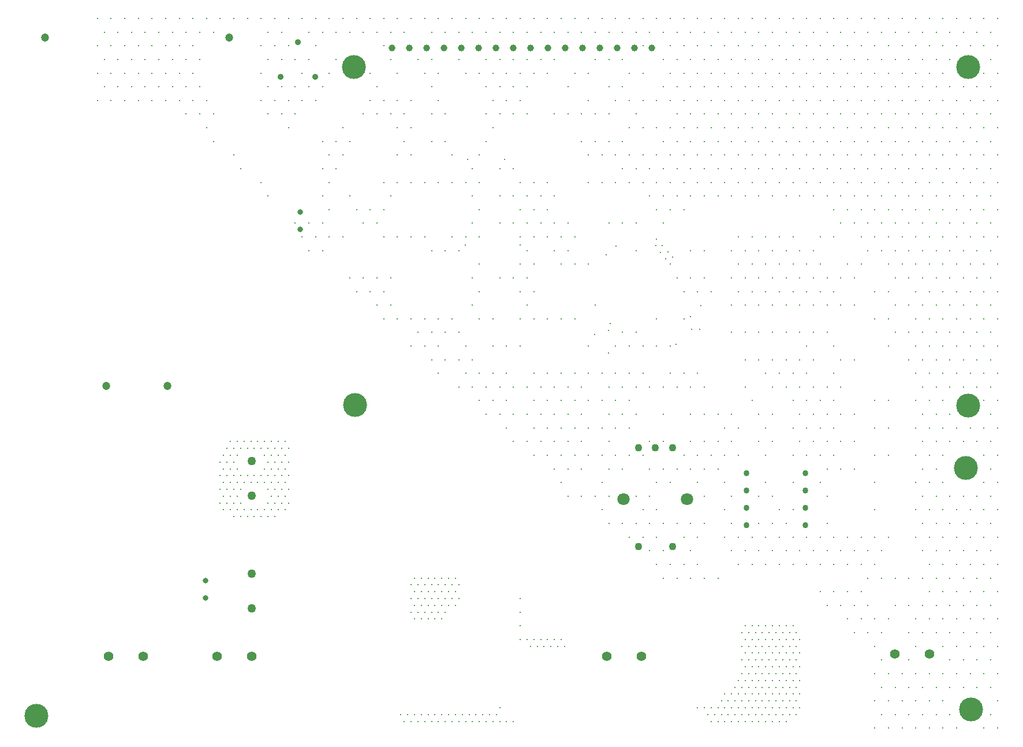
<source format=gbr>
%TF.GenerationSoftware,Altium Limited,Altium Designer,21.3.2 (30)*%
G04 Layer_Color=0*
%FSLAX24Y24*%
%MOIN*%
%TF.SameCoordinates,B2232A1B-76E2-43D3-9B88-882A457EFEF9*%
%TF.FilePolarity,Positive*%
%TF.FileFunction,Plated,1,2,PTH,Drill*%
%TF.Part,Single*%
G01*
G75*
%TA.AperFunction,ComponentDrill*%
%ADD117C,0.0551*%
%ADD118C,0.1378*%
%ADD119C,0.0390*%
%ADD120C,0.0315*%
%ADD121C,0.0500*%
%ADD122C,0.0433*%
%ADD123C,0.0709*%
%ADD124C,0.0340*%
%ADD125C,0.0472*%
%ADD126C,0.0350*%
%TA.AperFunction,ViaDrill,NotFilled*%
%ADD127C,0.0118*%
%ADD128C,0.1378*%
D117*
X13440Y4480D02*
D03*
X11440D02*
D03*
X52550Y4620D02*
D03*
X50550D02*
D03*
X33920Y4480D02*
D03*
X35920D02*
D03*
X5150D02*
D03*
X7150D02*
D03*
D118*
X19340Y38500D02*
D03*
X19390Y19000D02*
D03*
X54790Y38500D02*
D03*
Y18950D02*
D03*
D119*
X36540Y39600D02*
D03*
X35540D02*
D03*
X34540D02*
D03*
X33540D02*
D03*
X32540D02*
D03*
X31540D02*
D03*
X30540D02*
D03*
X29540D02*
D03*
X28540D02*
D03*
X27540D02*
D03*
X26540D02*
D03*
X25540D02*
D03*
X24540D02*
D03*
X23540D02*
D03*
X22540D02*
D03*
X21540D02*
D03*
D120*
X16240Y29110D02*
D03*
Y30110D02*
D03*
X10750Y7840D02*
D03*
Y8840D02*
D03*
D121*
X13440Y15770D02*
D03*
Y7270D02*
D03*
Y9270D02*
D03*
Y13770D02*
D03*
D122*
X35756Y10814D02*
D03*
X37724D02*
D03*
X35756Y16523D02*
D03*
X36740D02*
D03*
X37724D02*
D03*
D123*
X34909Y13570D02*
D03*
X38571D02*
D03*
D124*
X42000Y15040D02*
D03*
Y14040D02*
D03*
Y13040D02*
D03*
Y12040D02*
D03*
X45410Y15040D02*
D03*
Y14040D02*
D03*
Y13040D02*
D03*
Y12040D02*
D03*
D125*
X8577Y20101D02*
D03*
X5033D02*
D03*
X1490Y40180D02*
D03*
X12120D02*
D03*
D126*
X17090Y37930D02*
D03*
X16090Y39930D02*
D03*
X15090Y37930D02*
D03*
D127*
X36809Y28556D02*
D03*
X37030Y27780D02*
D03*
X37112Y28173D02*
D03*
X36746Y28194D02*
D03*
X38379Y30271D02*
D03*
X37456Y27834D02*
D03*
X37714Y27526D02*
D03*
X34140Y23680D02*
D03*
X33884Y27654D02*
D03*
X56489Y41286D02*
D03*
X56096Y40499D02*
D03*
X56489Y39711D02*
D03*
X56096Y38924D02*
D03*
X56489Y38137D02*
D03*
X56096Y37349D02*
D03*
X56489Y36562D02*
D03*
X56096Y35774D02*
D03*
X56489Y34987D02*
D03*
X56096Y34200D02*
D03*
X56489Y33412D02*
D03*
X56096Y32625D02*
D03*
X56489Y31837D02*
D03*
X56096Y31050D02*
D03*
X56489Y30263D02*
D03*
X56096Y29475D02*
D03*
X56489Y28688D02*
D03*
X56096Y27900D02*
D03*
X56489Y27113D02*
D03*
X56096Y26326D02*
D03*
X56489Y25538D02*
D03*
X56096Y24751D02*
D03*
X56489Y23963D02*
D03*
X56096Y23176D02*
D03*
X56489Y22389D02*
D03*
X56096Y21601D02*
D03*
X56489Y20814D02*
D03*
X56096Y20026D02*
D03*
X56489Y19239D02*
D03*
X56096Y18452D02*
D03*
X56489Y17664D02*
D03*
X56096Y16877D02*
D03*
X56489Y16089D02*
D03*
X56096Y15302D02*
D03*
X56489Y14515D02*
D03*
X56096Y13727D02*
D03*
X56489Y12940D02*
D03*
X56096Y12152D02*
D03*
X56489Y11365D02*
D03*
X56096Y10577D02*
D03*
X56489Y9790D02*
D03*
X56096Y9003D02*
D03*
X56489Y8215D02*
D03*
X56096Y7428D02*
D03*
X56489Y6640D02*
D03*
X56096Y5853D02*
D03*
X56489Y5066D02*
D03*
X56096Y4278D02*
D03*
X56489Y3491D02*
D03*
X56096Y2703D02*
D03*
X56489Y1916D02*
D03*
X56096Y1129D02*
D03*
X56489Y341D02*
D03*
X55702Y41286D02*
D03*
X55308Y40499D02*
D03*
X55702Y39711D02*
D03*
Y38137D02*
D03*
X55308Y37349D02*
D03*
X55702Y36562D02*
D03*
X55308Y35774D02*
D03*
X55702Y34987D02*
D03*
X55308Y34200D02*
D03*
X55702Y33412D02*
D03*
X55308Y32625D02*
D03*
X55702Y31837D02*
D03*
X55308Y31050D02*
D03*
X55702Y30263D02*
D03*
X55308Y29475D02*
D03*
X55702Y28688D02*
D03*
X55308Y27900D02*
D03*
X55702Y27113D02*
D03*
X55308Y26326D02*
D03*
X55702Y25538D02*
D03*
X55308Y24751D02*
D03*
X55702Y23963D02*
D03*
X55308Y23176D02*
D03*
X55702Y22389D02*
D03*
X55308Y21601D02*
D03*
X55702Y20814D02*
D03*
X55308Y20026D02*
D03*
X55702Y19239D02*
D03*
Y17664D02*
D03*
X55308Y16877D02*
D03*
X55702Y16089D02*
D03*
Y14515D02*
D03*
X55308Y13727D02*
D03*
X55702Y12940D02*
D03*
X55308Y12152D02*
D03*
X55702Y11365D02*
D03*
X55308Y10577D02*
D03*
X55702Y9790D02*
D03*
X55308Y9003D02*
D03*
X55702Y8215D02*
D03*
X55308Y7428D02*
D03*
X55702Y6640D02*
D03*
X55308Y5853D02*
D03*
X55702Y5066D02*
D03*
X55308Y4278D02*
D03*
X55702Y3491D02*
D03*
X55308Y2703D02*
D03*
X55702Y341D02*
D03*
X54915Y41286D02*
D03*
X54521Y40499D02*
D03*
X54915Y39711D02*
D03*
X54521Y37349D02*
D03*
X54915Y36562D02*
D03*
X54521Y35774D02*
D03*
X54915Y34987D02*
D03*
X54521Y34200D02*
D03*
X54915Y33412D02*
D03*
X54521Y32625D02*
D03*
X54915Y31837D02*
D03*
X54521Y31050D02*
D03*
X54915Y30263D02*
D03*
X54521Y29475D02*
D03*
X54915Y28688D02*
D03*
X54521Y27900D02*
D03*
X54915Y27113D02*
D03*
X54521Y26326D02*
D03*
X54915Y25538D02*
D03*
X54521Y24751D02*
D03*
X54915Y23963D02*
D03*
X54521Y23176D02*
D03*
X54915Y22389D02*
D03*
X54521Y21601D02*
D03*
X54915Y20814D02*
D03*
X54521Y20026D02*
D03*
X54915Y17664D02*
D03*
X54521Y16877D02*
D03*
Y13727D02*
D03*
X54915Y12940D02*
D03*
X54521Y12152D02*
D03*
X54915Y11365D02*
D03*
X54521Y10577D02*
D03*
X54915Y9790D02*
D03*
X54521Y9003D02*
D03*
X54915Y8215D02*
D03*
X54521Y7428D02*
D03*
X54915Y6640D02*
D03*
X54521Y5853D02*
D03*
X54915Y5066D02*
D03*
X54521Y4278D02*
D03*
X54915Y3491D02*
D03*
X54521Y2703D02*
D03*
X54127Y41286D02*
D03*
X53734Y40499D02*
D03*
X54127Y39711D02*
D03*
X53734Y38924D02*
D03*
Y37349D02*
D03*
X54127Y36562D02*
D03*
X53734Y35774D02*
D03*
X54127Y34987D02*
D03*
X53734Y34200D02*
D03*
X54127Y33412D02*
D03*
X53734Y32625D02*
D03*
X54127Y31837D02*
D03*
X53734Y31050D02*
D03*
X54127Y30263D02*
D03*
X53734Y29475D02*
D03*
X54127Y28688D02*
D03*
X53734Y27900D02*
D03*
X54127Y27113D02*
D03*
X53734Y26326D02*
D03*
X54127Y25538D02*
D03*
X53734Y24751D02*
D03*
X54127Y23963D02*
D03*
X53734Y23176D02*
D03*
X54127Y22389D02*
D03*
X53734Y21601D02*
D03*
X54127Y20814D02*
D03*
X53734Y20026D02*
D03*
Y18452D02*
D03*
X54127Y17664D02*
D03*
X53734Y16877D02*
D03*
Y13727D02*
D03*
X54127Y12940D02*
D03*
X53734Y12152D02*
D03*
X54127Y11365D02*
D03*
X53734Y10577D02*
D03*
X54127Y9790D02*
D03*
X53734Y9003D02*
D03*
X54127Y8215D02*
D03*
X53734Y7428D02*
D03*
X54127Y6640D02*
D03*
X53734Y5853D02*
D03*
X54127Y5066D02*
D03*
X53734Y4278D02*
D03*
X54127Y3491D02*
D03*
X53734Y2703D02*
D03*
Y1129D02*
D03*
X54127Y341D02*
D03*
X53340Y41286D02*
D03*
X52946Y40499D02*
D03*
X53340Y39711D02*
D03*
X52946Y38924D02*
D03*
X53340Y38137D02*
D03*
X52946Y37349D02*
D03*
X53340Y36562D02*
D03*
X52946Y35774D02*
D03*
X53340Y34987D02*
D03*
X52946Y34200D02*
D03*
X53340Y33412D02*
D03*
X52946Y32625D02*
D03*
X53340Y31837D02*
D03*
X52946Y31050D02*
D03*
X53340Y30263D02*
D03*
X52946Y29475D02*
D03*
X53340Y28688D02*
D03*
X52946Y27900D02*
D03*
X53340Y27113D02*
D03*
X52946Y26326D02*
D03*
X53340Y25538D02*
D03*
X52946Y24751D02*
D03*
X53340Y23963D02*
D03*
X52946Y23176D02*
D03*
X53340Y22389D02*
D03*
X52946Y21601D02*
D03*
X53340Y20814D02*
D03*
X52946Y20026D02*
D03*
X53340Y19239D02*
D03*
X52946Y18452D02*
D03*
X53340Y17664D02*
D03*
X52946Y16877D02*
D03*
X53340Y16089D02*
D03*
X52946Y15302D02*
D03*
X53340Y14515D02*
D03*
X52946Y13727D02*
D03*
X53340Y12940D02*
D03*
X52946Y12152D02*
D03*
X53340Y11365D02*
D03*
X52946Y10577D02*
D03*
X53340Y9790D02*
D03*
X52946Y9003D02*
D03*
X53340Y8215D02*
D03*
X52946Y7428D02*
D03*
X53340Y6640D02*
D03*
X52946Y5853D02*
D03*
X53340Y5066D02*
D03*
Y3491D02*
D03*
X52946Y2703D02*
D03*
X53340Y1916D02*
D03*
X52946Y1129D02*
D03*
X53340Y341D02*
D03*
X52552Y41286D02*
D03*
X52159Y40499D02*
D03*
X52552Y39711D02*
D03*
X52159Y38924D02*
D03*
X52552Y38137D02*
D03*
X52159Y37349D02*
D03*
X52552Y36562D02*
D03*
X52159Y35774D02*
D03*
X52552Y34987D02*
D03*
X52159Y34200D02*
D03*
X52552Y33412D02*
D03*
X52159Y32625D02*
D03*
X52552Y31837D02*
D03*
X52159Y31050D02*
D03*
X52552Y30263D02*
D03*
X52159Y29475D02*
D03*
X52552Y28688D02*
D03*
X52159Y27900D02*
D03*
X52552Y27113D02*
D03*
X52159Y26326D02*
D03*
X52552Y25538D02*
D03*
X52159Y24751D02*
D03*
X52552Y23963D02*
D03*
X52159Y23176D02*
D03*
X52552Y22389D02*
D03*
X52159Y21601D02*
D03*
X52552Y20814D02*
D03*
X52159Y20026D02*
D03*
X52552Y19239D02*
D03*
X52159Y18452D02*
D03*
X52552Y17664D02*
D03*
X52159Y16877D02*
D03*
X52552Y16089D02*
D03*
X52159Y15302D02*
D03*
X52552Y14515D02*
D03*
X52159Y13727D02*
D03*
X52552Y12940D02*
D03*
X52159Y12152D02*
D03*
X52552Y11365D02*
D03*
X52159Y10577D02*
D03*
X52552Y9790D02*
D03*
X52159Y9003D02*
D03*
X52552Y8215D02*
D03*
X52159Y7428D02*
D03*
X52552Y6640D02*
D03*
X52159Y5853D02*
D03*
X52552Y3491D02*
D03*
X52159Y2703D02*
D03*
X52552Y1916D02*
D03*
X52159Y1129D02*
D03*
X52552Y341D02*
D03*
X51765Y41286D02*
D03*
X51371Y40499D02*
D03*
X51765Y39711D02*
D03*
X51371Y38924D02*
D03*
X51765Y38137D02*
D03*
X51371Y37349D02*
D03*
X51765Y36562D02*
D03*
X51371Y35774D02*
D03*
X51765Y34987D02*
D03*
X51371Y34200D02*
D03*
X51765Y33412D02*
D03*
X51371Y32625D02*
D03*
X51765Y31837D02*
D03*
X51371Y31050D02*
D03*
X51765Y30263D02*
D03*
X51371Y29475D02*
D03*
X51765Y28688D02*
D03*
X51371Y27900D02*
D03*
X51765Y27113D02*
D03*
X51371Y26326D02*
D03*
X51765Y25538D02*
D03*
X51371Y24751D02*
D03*
X51765Y23963D02*
D03*
X51371Y23176D02*
D03*
X51765Y22389D02*
D03*
X51371Y21601D02*
D03*
X51765Y20814D02*
D03*
Y19239D02*
D03*
Y17664D02*
D03*
Y16089D02*
D03*
Y14515D02*
D03*
Y12940D02*
D03*
Y11365D02*
D03*
X51371Y9003D02*
D03*
Y7428D02*
D03*
X51765Y6640D02*
D03*
X51371Y5853D02*
D03*
X51765Y5066D02*
D03*
X51371Y4278D02*
D03*
X51765Y3491D02*
D03*
X51371Y2703D02*
D03*
X51765Y1916D02*
D03*
X51371Y1129D02*
D03*
X51765Y341D02*
D03*
X50978Y41286D02*
D03*
X50584Y40499D02*
D03*
X50978Y39711D02*
D03*
X50584Y38924D02*
D03*
X50978Y38137D02*
D03*
X50584Y37349D02*
D03*
X50978Y36562D02*
D03*
X50584Y35774D02*
D03*
X50978Y34987D02*
D03*
X50584Y34200D02*
D03*
X50978Y33412D02*
D03*
X50584Y32625D02*
D03*
X50978Y31837D02*
D03*
X50584Y31050D02*
D03*
X50978Y30263D02*
D03*
X50584Y29475D02*
D03*
X50978Y28688D02*
D03*
X50584Y27900D02*
D03*
X50978Y27113D02*
D03*
X50584Y26326D02*
D03*
Y24751D02*
D03*
Y23176D02*
D03*
Y9003D02*
D03*
Y7428D02*
D03*
X50978Y3491D02*
D03*
X50584Y2703D02*
D03*
X50978Y1916D02*
D03*
X50584Y1129D02*
D03*
X50978Y341D02*
D03*
X50190Y41286D02*
D03*
X49797Y40499D02*
D03*
X50190Y39711D02*
D03*
X49797Y38924D02*
D03*
X50190Y38137D02*
D03*
X49797Y37349D02*
D03*
X50190Y36562D02*
D03*
X49797Y35774D02*
D03*
X50190Y34987D02*
D03*
X49797Y34200D02*
D03*
X50190Y33412D02*
D03*
X49797Y32625D02*
D03*
X50190Y31837D02*
D03*
X49797Y31050D02*
D03*
X50190Y30263D02*
D03*
X49797Y29475D02*
D03*
X50190Y28688D02*
D03*
X49797Y27900D02*
D03*
X50190Y27113D02*
D03*
Y25538D02*
D03*
Y23963D02*
D03*
Y22389D02*
D03*
Y19239D02*
D03*
Y17664D02*
D03*
Y16089D02*
D03*
Y11365D02*
D03*
X49797Y10577D02*
D03*
Y9003D02*
D03*
X50190Y6640D02*
D03*
X49797Y5853D02*
D03*
Y4278D02*
D03*
X50190Y3491D02*
D03*
X49797Y2703D02*
D03*
X50190Y1916D02*
D03*
X49797Y1129D02*
D03*
X50190Y341D02*
D03*
X49403Y41286D02*
D03*
X49009Y40499D02*
D03*
X49403Y39711D02*
D03*
X49009Y38924D02*
D03*
X49403Y38137D02*
D03*
X49009Y37349D02*
D03*
X49403Y36562D02*
D03*
X49009Y35774D02*
D03*
X49403Y34987D02*
D03*
X49009Y34200D02*
D03*
X49403Y33412D02*
D03*
X49009Y32625D02*
D03*
X49403Y31837D02*
D03*
X49009Y31050D02*
D03*
X49403Y30263D02*
D03*
X49009Y29475D02*
D03*
X49403Y28688D02*
D03*
X49009Y27900D02*
D03*
X49403Y25538D02*
D03*
Y23963D02*
D03*
Y19239D02*
D03*
Y17664D02*
D03*
Y16089D02*
D03*
Y14515D02*
D03*
Y12940D02*
D03*
Y11365D02*
D03*
X49009Y10577D02*
D03*
X49403Y9790D02*
D03*
X49009Y9003D02*
D03*
Y7428D02*
D03*
X49403Y6640D02*
D03*
X49009Y5853D02*
D03*
X49403Y5066D02*
D03*
Y3491D02*
D03*
Y1916D02*
D03*
Y341D02*
D03*
X48615Y41286D02*
D03*
X48222Y40499D02*
D03*
X48615Y39711D02*
D03*
X48222Y38924D02*
D03*
X48615Y38137D02*
D03*
X48222Y37349D02*
D03*
X48615Y36562D02*
D03*
X48222Y35774D02*
D03*
X48615Y34987D02*
D03*
X48222Y34200D02*
D03*
X48615Y33412D02*
D03*
X48222Y32625D02*
D03*
X48615Y31837D02*
D03*
X48222Y31050D02*
D03*
X48615Y30263D02*
D03*
X48222Y29475D02*
D03*
X48615Y28688D02*
D03*
Y27113D02*
D03*
X48222Y26326D02*
D03*
Y24751D02*
D03*
Y21601D02*
D03*
Y18452D02*
D03*
Y16877D02*
D03*
Y15302D02*
D03*
X48615Y11365D02*
D03*
X48222Y10577D02*
D03*
X48615Y9790D02*
D03*
Y8215D02*
D03*
X48222Y7428D02*
D03*
X48615Y6640D02*
D03*
X48222Y5853D02*
D03*
X47828Y41286D02*
D03*
X47434Y40499D02*
D03*
X47828Y39711D02*
D03*
X47434Y38924D02*
D03*
X47828Y38137D02*
D03*
X47434Y37349D02*
D03*
X47828Y36562D02*
D03*
X47434Y35774D02*
D03*
X47828Y34987D02*
D03*
X47434Y34200D02*
D03*
X47828Y33412D02*
D03*
X47434Y32625D02*
D03*
X47828Y31837D02*
D03*
X47434Y31050D02*
D03*
X47828Y30263D02*
D03*
X47434Y29475D02*
D03*
X47828Y27113D02*
D03*
X47434Y26326D02*
D03*
Y24751D02*
D03*
Y21601D02*
D03*
Y20026D02*
D03*
Y18452D02*
D03*
Y16877D02*
D03*
Y15302D02*
D03*
X47828Y11365D02*
D03*
X47434Y10577D02*
D03*
X47828Y9790D02*
D03*
Y8215D02*
D03*
X47434Y7428D02*
D03*
X47828Y6640D02*
D03*
X47041Y41286D02*
D03*
X46647Y40499D02*
D03*
X47041Y39711D02*
D03*
X46647Y38924D02*
D03*
X47041Y38137D02*
D03*
X46647Y37349D02*
D03*
X47041Y36562D02*
D03*
X46647Y35774D02*
D03*
X47041Y34987D02*
D03*
X46647Y34200D02*
D03*
X47041Y33412D02*
D03*
X46647Y32625D02*
D03*
X47041Y31837D02*
D03*
X46647Y31050D02*
D03*
X47041Y30263D02*
D03*
Y28688D02*
D03*
X46647Y26326D02*
D03*
X47041Y25538D02*
D03*
X46647Y24751D02*
D03*
Y23176D02*
D03*
X47041Y22389D02*
D03*
Y20814D02*
D03*
X46647Y20026D02*
D03*
X47041Y19239D02*
D03*
X46647Y18452D02*
D03*
X47041Y17664D02*
D03*
X46647Y16877D02*
D03*
X47041Y16089D02*
D03*
X46647Y15302D02*
D03*
Y13727D02*
D03*
Y12152D02*
D03*
X47041Y11365D02*
D03*
X46647Y10577D02*
D03*
X47041Y9790D02*
D03*
Y8215D02*
D03*
X46647Y7428D02*
D03*
X46253Y41286D02*
D03*
X45860Y40499D02*
D03*
X46253Y39711D02*
D03*
X45860Y38924D02*
D03*
X46253Y38137D02*
D03*
X45860Y37349D02*
D03*
X46253Y36562D02*
D03*
X45860Y35774D02*
D03*
X46253Y34987D02*
D03*
X45860Y34200D02*
D03*
X46253Y33412D02*
D03*
X45860Y32625D02*
D03*
X46253Y31837D02*
D03*
X45860Y31050D02*
D03*
X46253Y28688D02*
D03*
X45860Y27900D02*
D03*
X46253Y27113D02*
D03*
X45860Y26326D02*
D03*
X46253Y25538D02*
D03*
X45860Y24751D02*
D03*
Y23176D02*
D03*
Y21601D02*
D03*
Y20026D02*
D03*
X46253Y19239D02*
D03*
X45860Y18452D02*
D03*
X46253Y17664D02*
D03*
X45860Y16877D02*
D03*
X46253Y16089D02*
D03*
Y14515D02*
D03*
Y11365D02*
D03*
X45860Y10577D02*
D03*
X46253Y9790D02*
D03*
Y8215D02*
D03*
X45466Y41286D02*
D03*
X45072Y40499D02*
D03*
X45466Y39711D02*
D03*
X45072Y38924D02*
D03*
X45466Y38137D02*
D03*
X45072Y37349D02*
D03*
X45466Y36562D02*
D03*
X45072Y35774D02*
D03*
X45466Y34987D02*
D03*
X45072Y34200D02*
D03*
X45466Y33412D02*
D03*
X45072Y32625D02*
D03*
X45466Y31837D02*
D03*
X45072Y31050D02*
D03*
Y27900D02*
D03*
X45466Y27113D02*
D03*
X45072Y26326D02*
D03*
X45466Y25538D02*
D03*
X45072Y24751D02*
D03*
Y23176D02*
D03*
X45466Y22389D02*
D03*
X45072Y21601D02*
D03*
X45466Y20814D02*
D03*
X45072Y20026D02*
D03*
X45466Y19239D02*
D03*
X45072Y18452D02*
D03*
X45466Y17664D02*
D03*
X45072Y16877D02*
D03*
X45466Y16089D02*
D03*
Y11365D02*
D03*
X45072Y10577D02*
D03*
X45466Y9790D02*
D03*
X44678Y41286D02*
D03*
X44285Y40499D02*
D03*
X44678Y39711D02*
D03*
X44285Y38924D02*
D03*
X44678Y38137D02*
D03*
X44285Y37349D02*
D03*
X44678Y36562D02*
D03*
X44285Y35774D02*
D03*
X44678Y34987D02*
D03*
X44285Y34200D02*
D03*
X44678Y33412D02*
D03*
X44285Y32625D02*
D03*
X44678Y31837D02*
D03*
X44285Y31050D02*
D03*
X44678Y28688D02*
D03*
X44285Y27900D02*
D03*
X44678Y27113D02*
D03*
X44285Y26326D02*
D03*
X44678Y25538D02*
D03*
X44285Y24751D02*
D03*
Y23176D02*
D03*
Y21601D02*
D03*
X44678Y20814D02*
D03*
X44285Y20026D02*
D03*
X44678Y19239D02*
D03*
Y17664D02*
D03*
Y16089D02*
D03*
Y14515D02*
D03*
Y12940D02*
D03*
X44285Y12152D02*
D03*
X44678Y11365D02*
D03*
X44285Y10577D02*
D03*
X44678Y9790D02*
D03*
X43891Y41286D02*
D03*
X43497Y40499D02*
D03*
X43891Y39711D02*
D03*
X43497Y38924D02*
D03*
X43891Y38137D02*
D03*
X43497Y37349D02*
D03*
X43891Y36562D02*
D03*
X43497Y35774D02*
D03*
X43891Y34987D02*
D03*
X43497Y34200D02*
D03*
X43891Y33412D02*
D03*
X43497Y32625D02*
D03*
X43891Y31837D02*
D03*
X43497Y31050D02*
D03*
X43891Y28688D02*
D03*
X43497Y27900D02*
D03*
X43891Y27113D02*
D03*
X43497Y26326D02*
D03*
X43891Y25538D02*
D03*
X43497Y24751D02*
D03*
Y23176D02*
D03*
Y21601D02*
D03*
X43891Y20814D02*
D03*
X43497Y20026D02*
D03*
Y18452D02*
D03*
Y16877D02*
D03*
Y13727D02*
D03*
X43891Y12940D02*
D03*
X43497Y12152D02*
D03*
X43891Y11365D02*
D03*
X43497Y10577D02*
D03*
X43891Y9790D02*
D03*
X43104Y41286D02*
D03*
X42710Y40499D02*
D03*
X43104Y39711D02*
D03*
X42710Y38924D02*
D03*
X43104Y38137D02*
D03*
X42710Y37349D02*
D03*
X43104Y36562D02*
D03*
X42710Y35774D02*
D03*
X43104Y34987D02*
D03*
X42710Y34200D02*
D03*
X43104Y33412D02*
D03*
X42710Y32625D02*
D03*
X43104Y31837D02*
D03*
X42710Y31050D02*
D03*
X43104Y28688D02*
D03*
X42710Y27900D02*
D03*
X43104Y27113D02*
D03*
X42710Y26326D02*
D03*
X43104Y25538D02*
D03*
X42710Y24751D02*
D03*
Y23176D02*
D03*
Y21601D02*
D03*
X43104Y20814D02*
D03*
X42710Y18452D02*
D03*
X43104Y17664D02*
D03*
X42710Y16877D02*
D03*
X43104Y16089D02*
D03*
Y14515D02*
D03*
X42710Y13727D02*
D03*
Y12152D02*
D03*
X43104Y11365D02*
D03*
X42710Y10577D02*
D03*
X43104Y9790D02*
D03*
X42316Y41286D02*
D03*
X41923Y40499D02*
D03*
X42316Y39711D02*
D03*
X41923Y38924D02*
D03*
X42316Y38137D02*
D03*
X41923Y37349D02*
D03*
X42316Y36562D02*
D03*
X41923Y35774D02*
D03*
X42316Y34987D02*
D03*
X41923Y34200D02*
D03*
X42316Y33412D02*
D03*
X41923Y32625D02*
D03*
X42316Y31837D02*
D03*
X41923Y31050D02*
D03*
X42316Y28688D02*
D03*
X41923Y27900D02*
D03*
X42316Y27113D02*
D03*
X41923Y26326D02*
D03*
X42316Y25538D02*
D03*
X41923Y24751D02*
D03*
Y23176D02*
D03*
Y21601D02*
D03*
Y20026D02*
D03*
X42316Y19239D02*
D03*
Y11365D02*
D03*
X41923Y10577D02*
D03*
X42316Y9790D02*
D03*
X41529Y41286D02*
D03*
X41135Y40499D02*
D03*
X41529Y39711D02*
D03*
X41135Y38924D02*
D03*
X41529Y38137D02*
D03*
X41135Y37349D02*
D03*
X41529Y36562D02*
D03*
X41135Y35774D02*
D03*
X41529Y34987D02*
D03*
X41135Y34200D02*
D03*
X41529Y33412D02*
D03*
X41135Y32625D02*
D03*
X41529Y31837D02*
D03*
X41135Y31050D02*
D03*
X41529Y28688D02*
D03*
X41135Y27900D02*
D03*
X41529Y27113D02*
D03*
X41135Y26326D02*
D03*
X41529Y25538D02*
D03*
X41135Y24751D02*
D03*
Y23176D02*
D03*
Y18452D02*
D03*
X41529Y17664D02*
D03*
X41135Y16877D02*
D03*
X41529Y16089D02*
D03*
X41135Y13727D02*
D03*
Y12152D02*
D03*
X41529Y11365D02*
D03*
X41135Y10577D02*
D03*
X41529Y9790D02*
D03*
X40741Y41286D02*
D03*
X40348Y40499D02*
D03*
X40741Y39711D02*
D03*
X40348Y38924D02*
D03*
X40741Y38137D02*
D03*
X40348Y37349D02*
D03*
X40741Y36562D02*
D03*
X40348Y35774D02*
D03*
X40741Y34987D02*
D03*
X40348Y34200D02*
D03*
X40741Y33412D02*
D03*
X40348Y32625D02*
D03*
X40741Y31837D02*
D03*
X40348Y31050D02*
D03*
Y18452D02*
D03*
X40741Y17664D02*
D03*
X40348Y16877D02*
D03*
X40741Y16089D02*
D03*
X40348Y15302D02*
D03*
X40741Y14515D02*
D03*
Y12940D02*
D03*
Y11365D02*
D03*
X40348Y9003D02*
D03*
X39954Y41286D02*
D03*
X39560Y40499D02*
D03*
X39954Y39711D02*
D03*
X39560Y38924D02*
D03*
X39954Y38137D02*
D03*
X39560Y37349D02*
D03*
X39954Y36562D02*
D03*
X39560Y35774D02*
D03*
X39954Y34987D02*
D03*
X39560Y34200D02*
D03*
X39954Y33412D02*
D03*
X39560Y32625D02*
D03*
X39954Y31837D02*
D03*
X39560Y31050D02*
D03*
Y27900D02*
D03*
Y26326D02*
D03*
X39954Y25538D02*
D03*
X39560Y20026D02*
D03*
Y18452D02*
D03*
Y16877D02*
D03*
X39954Y16089D02*
D03*
X39560Y15302D02*
D03*
Y13727D02*
D03*
Y12152D02*
D03*
Y9003D02*
D03*
X39167Y41286D02*
D03*
X38773Y40499D02*
D03*
X39167Y39711D02*
D03*
X38773Y38924D02*
D03*
X39167Y38137D02*
D03*
X38773Y37349D02*
D03*
X39167Y36562D02*
D03*
X38773Y35774D02*
D03*
X39167Y34987D02*
D03*
X38773Y34200D02*
D03*
X39167Y33412D02*
D03*
X38773Y32625D02*
D03*
X39167Y31837D02*
D03*
X38773Y31050D02*
D03*
Y27900D02*
D03*
Y26326D02*
D03*
X39167Y25538D02*
D03*
Y20814D02*
D03*
X38773Y20026D02*
D03*
Y18452D02*
D03*
Y16877D02*
D03*
X39167Y16089D02*
D03*
X38773Y15302D02*
D03*
X39167Y14515D02*
D03*
X38773Y12152D02*
D03*
X39167Y11365D02*
D03*
X38773Y10577D02*
D03*
X39167Y9790D02*
D03*
X38773Y9003D02*
D03*
X38379Y41286D02*
D03*
X37986Y40499D02*
D03*
X38379Y39711D02*
D03*
X37986Y38924D02*
D03*
X38379Y38137D02*
D03*
X37986Y37349D02*
D03*
X38379Y36562D02*
D03*
X37986Y35774D02*
D03*
X38379Y34987D02*
D03*
X37986Y34200D02*
D03*
X38379Y33412D02*
D03*
X37986Y32625D02*
D03*
X38379Y31837D02*
D03*
X37986Y31050D02*
D03*
Y26326D02*
D03*
X38379Y25538D02*
D03*
Y23963D02*
D03*
Y20814D02*
D03*
X37986Y20026D02*
D03*
X38379Y16089D02*
D03*
X37986Y15302D02*
D03*
Y12152D02*
D03*
X38379Y11365D02*
D03*
Y9790D02*
D03*
X37986Y9003D02*
D03*
X37592Y41286D02*
D03*
X37198Y40499D02*
D03*
X37592Y39711D02*
D03*
X37198Y38924D02*
D03*
X37592Y38137D02*
D03*
X37198Y37349D02*
D03*
X37592Y36562D02*
D03*
Y34987D02*
D03*
X37198Y34200D02*
D03*
X37592Y33412D02*
D03*
X37198Y32625D02*
D03*
X37592Y31837D02*
D03*
X37198Y31050D02*
D03*
X37592Y30263D02*
D03*
X37198Y29475D02*
D03*
X37592Y27113D02*
D03*
Y22389D02*
D03*
Y20814D02*
D03*
X37198Y20026D02*
D03*
Y18452D02*
D03*
Y16877D02*
D03*
Y15302D02*
D03*
X37592Y14515D02*
D03*
X37198Y12152D02*
D03*
Y10577D02*
D03*
X37592Y9790D02*
D03*
X37198Y9003D02*
D03*
X36804Y41286D02*
D03*
X36411Y40499D02*
D03*
X36804Y36562D02*
D03*
Y34987D02*
D03*
Y33412D02*
D03*
X36411Y32625D02*
D03*
X36804Y31837D02*
D03*
X36411Y31050D02*
D03*
X36804Y30263D02*
D03*
Y23963D02*
D03*
Y22389D02*
D03*
X36411Y20026D02*
D03*
Y16877D02*
D03*
Y15302D02*
D03*
X36804Y14515D02*
D03*
X36411Y13727D02*
D03*
X36804Y12940D02*
D03*
X36411Y12152D02*
D03*
X36804Y11365D02*
D03*
X36411Y10577D02*
D03*
X36804Y9790D02*
D03*
X36017Y41286D02*
D03*
X35623Y40499D02*
D03*
X36017Y39711D02*
D03*
Y38137D02*
D03*
Y36562D02*
D03*
X35623Y35774D02*
D03*
X36017Y34987D02*
D03*
Y33412D02*
D03*
X35623Y32625D02*
D03*
X36017Y31837D02*
D03*
X35623Y29475D02*
D03*
Y27900D02*
D03*
Y23176D02*
D03*
X36017Y22389D02*
D03*
Y20814D02*
D03*
X35623Y20026D02*
D03*
Y18452D02*
D03*
X36017Y16089D02*
D03*
X35623Y13727D02*
D03*
X36017Y12940D02*
D03*
X35623Y12152D02*
D03*
X36017Y11365D02*
D03*
X35230Y41286D02*
D03*
X34836Y40499D02*
D03*
Y38924D02*
D03*
X35230Y38137D02*
D03*
X34836Y37349D02*
D03*
X35230Y36562D02*
D03*
Y34987D02*
D03*
X34836Y34200D02*
D03*
X35230Y33412D02*
D03*
X34836Y32625D02*
D03*
X35230Y31837D02*
D03*
X34836Y29475D02*
D03*
Y23176D02*
D03*
X35230Y22389D02*
D03*
Y20814D02*
D03*
X34836Y20026D02*
D03*
X35230Y19239D02*
D03*
X34836Y18452D02*
D03*
X35230Y17664D02*
D03*
Y16089D02*
D03*
X34836Y15302D02*
D03*
Y12152D02*
D03*
X35230Y11365D02*
D03*
X34442Y41286D02*
D03*
X34049Y40499D02*
D03*
Y38924D02*
D03*
Y37349D02*
D03*
X34442Y36562D02*
D03*
X34049Y35774D02*
D03*
Y34200D02*
D03*
X34442Y33412D02*
D03*
Y31837D02*
D03*
X34049Y29475D02*
D03*
X34442Y22389D02*
D03*
Y20814D02*
D03*
X34049Y20026D02*
D03*
X34442Y19239D02*
D03*
X34049Y18452D02*
D03*
X34442Y17664D02*
D03*
X34049Y16877D02*
D03*
X34442Y16089D02*
D03*
X34049Y15302D02*
D03*
Y13727D02*
D03*
Y12152D02*
D03*
X33655Y41286D02*
D03*
X33261Y40499D02*
D03*
Y38924D02*
D03*
Y35774D02*
D03*
Y34200D02*
D03*
X33655Y33412D02*
D03*
Y31837D02*
D03*
X33261Y24751D02*
D03*
X33655Y20814D02*
D03*
Y19239D02*
D03*
Y17664D02*
D03*
Y16089D02*
D03*
Y14515D02*
D03*
X33261Y13727D02*
D03*
X33655Y12940D02*
D03*
X32867Y41286D02*
D03*
X32474Y40499D02*
D03*
X32867Y38137D02*
D03*
Y36562D02*
D03*
X32474Y35774D02*
D03*
Y34200D02*
D03*
X32867Y33412D02*
D03*
Y31837D02*
D03*
Y27113D02*
D03*
Y22389D02*
D03*
Y20814D02*
D03*
X32474Y20026D02*
D03*
X32867Y19239D02*
D03*
X32474Y18452D02*
D03*
X32867Y17664D02*
D03*
X32474Y16877D02*
D03*
X32867Y16089D02*
D03*
X32474Y15302D02*
D03*
Y13727D02*
D03*
X32080Y41286D02*
D03*
X31686Y40499D02*
D03*
X32080Y38137D02*
D03*
X31686Y37349D02*
D03*
Y35774D02*
D03*
Y29475D02*
D03*
X32080Y28688D02*
D03*
X31686Y27900D02*
D03*
X32080Y27113D02*
D03*
Y23963D02*
D03*
Y20814D02*
D03*
X31686Y20026D02*
D03*
X32080Y19239D02*
D03*
X31686Y18452D02*
D03*
X32080Y17664D02*
D03*
X31686Y16877D02*
D03*
X32080Y16089D02*
D03*
X31686Y15302D02*
D03*
Y13727D02*
D03*
X31293Y41286D02*
D03*
X30899Y40499D02*
D03*
Y38924D02*
D03*
Y35774D02*
D03*
Y31050D02*
D03*
Y29475D02*
D03*
X31293Y28688D02*
D03*
X30899Y27900D02*
D03*
X31293Y27113D02*
D03*
Y23963D02*
D03*
Y20814D02*
D03*
X30899Y20026D02*
D03*
X31293Y19239D02*
D03*
X30899Y18452D02*
D03*
X31293Y17664D02*
D03*
X30899Y16877D02*
D03*
X31293Y16089D02*
D03*
X30899Y15302D02*
D03*
X31293Y14515D02*
D03*
X30505Y41286D02*
D03*
X30112Y40499D02*
D03*
Y38924D02*
D03*
X30505Y38137D02*
D03*
Y31837D02*
D03*
X30112Y31050D02*
D03*
X30505Y30263D02*
D03*
X30112Y29475D02*
D03*
X30505Y28688D02*
D03*
Y23963D02*
D03*
Y20814D02*
D03*
X30112Y20026D02*
D03*
X30505Y19239D02*
D03*
X30112Y18452D02*
D03*
X30505Y17664D02*
D03*
X30112Y16877D02*
D03*
X30505Y16089D02*
D03*
X29718Y41286D02*
D03*
X29324Y40499D02*
D03*
Y38924D02*
D03*
X29718Y38137D02*
D03*
X29324Y37349D02*
D03*
Y35774D02*
D03*
X29718Y31837D02*
D03*
X29324Y31050D02*
D03*
X29718Y30263D02*
D03*
X29324Y29475D02*
D03*
X29718Y28688D02*
D03*
X29324Y27900D02*
D03*
X29718Y27113D02*
D03*
X29324Y26326D02*
D03*
X29718Y25538D02*
D03*
X29324Y24751D02*
D03*
X29718Y23963D02*
D03*
Y20814D02*
D03*
X29324Y20026D02*
D03*
X29718Y19239D02*
D03*
X29324Y18452D02*
D03*
X29718Y17664D02*
D03*
X29324Y16877D02*
D03*
X29718Y16089D02*
D03*
X28930Y41286D02*
D03*
X28537Y40499D02*
D03*
Y38924D02*
D03*
X28930Y38137D02*
D03*
X28537Y37349D02*
D03*
X28930Y36562D02*
D03*
X28537Y35774D02*
D03*
Y32625D02*
D03*
X28930Y31837D02*
D03*
X28537Y31050D02*
D03*
X28930Y30263D02*
D03*
X28537Y29475D02*
D03*
X28930Y28688D02*
D03*
Y27113D02*
D03*
X28537Y26326D02*
D03*
X28930Y25538D02*
D03*
Y23963D02*
D03*
Y22389D02*
D03*
X28537Y20026D02*
D03*
Y18452D02*
D03*
Y16877D02*
D03*
X28143Y41286D02*
D03*
X27749Y40499D02*
D03*
Y38924D02*
D03*
X28143Y38137D02*
D03*
X27749Y37349D02*
D03*
X28143Y36562D02*
D03*
X27749Y35774D02*
D03*
Y32625D02*
D03*
Y31050D02*
D03*
Y29475D02*
D03*
Y26326D02*
D03*
X28143Y22389D02*
D03*
Y20814D02*
D03*
X27749Y20026D02*
D03*
X28143Y19239D02*
D03*
X27749Y18452D02*
D03*
X28143Y17664D02*
D03*
X27356Y41286D02*
D03*
X26962Y40499D02*
D03*
Y38924D02*
D03*
X27356Y38137D02*
D03*
X26962Y37349D02*
D03*
X27356Y36562D02*
D03*
X26962Y35774D02*
D03*
X27356Y34987D02*
D03*
X26962Y34200D02*
D03*
X27356Y23963D02*
D03*
Y22389D02*
D03*
Y20814D02*
D03*
X26962Y20026D02*
D03*
X27356Y19239D02*
D03*
X26962Y18452D02*
D03*
X26568Y41286D02*
D03*
X26175Y40499D02*
D03*
X26568Y38137D02*
D03*
Y33412D02*
D03*
X26175Y32625D02*
D03*
X26568Y31837D02*
D03*
X26175Y31050D02*
D03*
X26568Y30263D02*
D03*
X26175Y29475D02*
D03*
X26568Y28688D02*
D03*
Y27113D02*
D03*
X26175Y26326D02*
D03*
X26568Y25538D02*
D03*
X26175Y24751D02*
D03*
X26568Y23963D02*
D03*
X26175Y21601D02*
D03*
X26568Y20814D02*
D03*
X26175Y20026D02*
D03*
X26568Y19239D02*
D03*
X25781Y41286D02*
D03*
X25387Y40499D02*
D03*
Y38924D02*
D03*
X25781Y38137D02*
D03*
Y31837D02*
D03*
Y28688D02*
D03*
X25387Y27900D02*
D03*
Y23176D02*
D03*
X25781Y22389D02*
D03*
X25387Y21601D02*
D03*
X25781Y20814D02*
D03*
X25387Y20026D02*
D03*
X24993Y41286D02*
D03*
X24600Y40499D02*
D03*
Y35774D02*
D03*
Y34200D02*
D03*
X24993Y33412D02*
D03*
Y31837D02*
D03*
Y28688D02*
D03*
X24600Y27900D02*
D03*
X24993Y23963D02*
D03*
X24600Y23176D02*
D03*
Y21601D02*
D03*
X24206Y41286D02*
D03*
X23812Y40499D02*
D03*
Y38924D02*
D03*
X24206Y38137D02*
D03*
X23812Y37349D02*
D03*
X24206Y36562D02*
D03*
X23812Y35774D02*
D03*
Y34200D02*
D03*
X24206Y31837D02*
D03*
X23812Y27900D02*
D03*
X24206Y23963D02*
D03*
X23812Y23176D02*
D03*
X24206Y22389D02*
D03*
X23812Y21601D02*
D03*
X24206Y20814D02*
D03*
X23419Y41286D02*
D03*
X23025Y38924D02*
D03*
X23419Y38137D02*
D03*
Y31837D02*
D03*
Y28688D02*
D03*
Y23963D02*
D03*
X23025Y23176D02*
D03*
X23419Y22389D02*
D03*
X22631Y41286D02*
D03*
X22238Y40499D02*
D03*
X22631Y36562D02*
D03*
X22238Y35774D02*
D03*
X22631Y34987D02*
D03*
X22238Y34200D02*
D03*
X22631Y33412D02*
D03*
Y31837D02*
D03*
Y28688D02*
D03*
Y23963D02*
D03*
Y22389D02*
D03*
X21844Y41286D02*
D03*
X21450Y40499D02*
D03*
Y38924D02*
D03*
X21844Y38137D02*
D03*
Y36562D02*
D03*
X21450Y35774D02*
D03*
X21844Y34987D02*
D03*
Y33412D02*
D03*
Y31837D02*
D03*
X21450Y31050D02*
D03*
X21844Y28688D02*
D03*
X21450Y26326D02*
D03*
Y24751D02*
D03*
X21844Y23963D02*
D03*
X21056Y41286D02*
D03*
X20663Y40499D02*
D03*
X21056Y39711D02*
D03*
X20663Y37349D02*
D03*
X21056Y36562D02*
D03*
X20663Y35774D02*
D03*
X21056Y31837D02*
D03*
Y30263D02*
D03*
X20663Y29475D02*
D03*
X21056Y28688D02*
D03*
X20663Y26326D02*
D03*
X21056Y25538D02*
D03*
X20663Y24751D02*
D03*
X21056Y23963D02*
D03*
X20269Y41286D02*
D03*
X19875Y40499D02*
D03*
X20269Y38137D02*
D03*
Y36562D02*
D03*
X19875Y35774D02*
D03*
X20269Y30263D02*
D03*
X19875Y29475D02*
D03*
Y26326D02*
D03*
X20269Y25538D02*
D03*
X19482Y41286D02*
D03*
X19088Y40499D02*
D03*
Y34200D02*
D03*
Y31050D02*
D03*
X19482Y30263D02*
D03*
X19088Y26326D02*
D03*
X19482Y25538D02*
D03*
X18694Y41286D02*
D03*
X18300Y40499D02*
D03*
Y38924D02*
D03*
X18694Y34987D02*
D03*
X18300Y34200D02*
D03*
X18694Y33412D02*
D03*
X18300Y32625D02*
D03*
X18694Y28688D02*
D03*
X17907Y41286D02*
D03*
X17513Y40499D02*
D03*
X17907Y38137D02*
D03*
X17513Y37349D02*
D03*
Y34200D02*
D03*
X17907Y33412D02*
D03*
X17513Y32625D02*
D03*
X17907Y31837D02*
D03*
X17513Y31050D02*
D03*
X17907Y30263D02*
D03*
X17513Y29475D02*
D03*
X17907Y28688D02*
D03*
X17513Y27900D02*
D03*
X17119Y41286D02*
D03*
X16726Y40499D02*
D03*
X17119Y39711D02*
D03*
X16726Y38924D02*
D03*
Y37349D02*
D03*
X17119Y36562D02*
D03*
X16726Y29475D02*
D03*
X17119Y28688D02*
D03*
X16726Y27900D02*
D03*
X16332Y41286D02*
D03*
X15938Y38924D02*
D03*
X16332Y38137D02*
D03*
X15938Y37349D02*
D03*
X16332Y36562D02*
D03*
X15938Y35774D02*
D03*
Y29475D02*
D03*
X16332Y28688D02*
D03*
X15545Y41286D02*
D03*
X15151Y40499D02*
D03*
X15545Y39711D02*
D03*
X15151Y38924D02*
D03*
Y37349D02*
D03*
X15545Y36562D02*
D03*
X15151Y35774D02*
D03*
X15545Y34987D02*
D03*
X14757Y41286D02*
D03*
X14363Y40499D02*
D03*
X14757Y39711D02*
D03*
X14363Y38924D02*
D03*
Y37349D02*
D03*
X14757Y36562D02*
D03*
X14363Y35774D02*
D03*
Y31050D02*
D03*
X13970Y41286D02*
D03*
Y39711D02*
D03*
Y38137D02*
D03*
Y36562D02*
D03*
Y31837D02*
D03*
X13182Y41286D02*
D03*
X12789Y32625D02*
D03*
X12395Y41286D02*
D03*
Y33412D02*
D03*
X11608Y41286D02*
D03*
X11214Y40499D02*
D03*
Y35774D02*
D03*
Y34200D02*
D03*
X10820Y41286D02*
D03*
X10426Y40499D02*
D03*
Y38924D02*
D03*
Y37349D02*
D03*
X10820Y36562D02*
D03*
X10426Y35774D02*
D03*
X10820Y34987D02*
D03*
X10033Y41286D02*
D03*
X9639Y40499D02*
D03*
X10033Y39711D02*
D03*
X9639Y38924D02*
D03*
X10033Y38137D02*
D03*
X9639Y37349D02*
D03*
X10033Y36562D02*
D03*
X9639Y35774D02*
D03*
X9245Y41286D02*
D03*
X8852Y40499D02*
D03*
X9245Y39711D02*
D03*
X8852Y38924D02*
D03*
X9245Y38137D02*
D03*
X8852Y37349D02*
D03*
X9245Y36562D02*
D03*
X8458Y41286D02*
D03*
X8064Y40499D02*
D03*
X8458Y39711D02*
D03*
X8064Y38924D02*
D03*
X8458Y38137D02*
D03*
X8064Y37349D02*
D03*
X8458Y36562D02*
D03*
X7671Y41286D02*
D03*
X7277Y40499D02*
D03*
X7671Y39711D02*
D03*
X7277Y38924D02*
D03*
X7671Y38137D02*
D03*
X7277Y37349D02*
D03*
X7671Y36562D02*
D03*
X6883Y41286D02*
D03*
X6489Y40499D02*
D03*
X6883Y39711D02*
D03*
X6489Y38924D02*
D03*
X6883Y38137D02*
D03*
X6489Y37349D02*
D03*
X6883Y36562D02*
D03*
X6096Y41286D02*
D03*
X5702Y40499D02*
D03*
X6096Y39711D02*
D03*
X5702Y38924D02*
D03*
X6096Y38137D02*
D03*
X5702Y37349D02*
D03*
X6096Y36562D02*
D03*
X5308Y41286D02*
D03*
X4915Y40499D02*
D03*
X5308Y39711D02*
D03*
X4915Y38924D02*
D03*
X5308Y38137D02*
D03*
X4915Y37349D02*
D03*
X5308Y36562D02*
D03*
X4521Y41286D02*
D03*
Y39711D02*
D03*
Y38137D02*
D03*
Y36562D02*
D03*
X11804Y12940D02*
D03*
X11608Y13333D02*
D03*
X11804Y13727D02*
D03*
X11608Y14121D02*
D03*
X11804Y14515D02*
D03*
X11608Y14908D02*
D03*
X11804Y15302D02*
D03*
X11608Y15696D02*
D03*
X11804Y16089D02*
D03*
X12198Y12940D02*
D03*
X12001Y13333D02*
D03*
X12198Y13727D02*
D03*
X12001Y14121D02*
D03*
X12198Y14515D02*
D03*
X12001Y14908D02*
D03*
X12198Y15302D02*
D03*
X12001Y15696D02*
D03*
X12198Y16089D02*
D03*
X12001Y16483D02*
D03*
X12198Y16877D02*
D03*
X12395Y12546D02*
D03*
X12592Y12940D02*
D03*
X12395Y13333D02*
D03*
X12592Y13727D02*
D03*
X12395Y14121D02*
D03*
X12592Y14515D02*
D03*
X12395Y14908D02*
D03*
X12592Y15302D02*
D03*
X12395Y15696D02*
D03*
X12592Y16089D02*
D03*
X12395Y16483D02*
D03*
X12592Y16877D02*
D03*
X12789Y12546D02*
D03*
X12986Y12940D02*
D03*
X12789Y13333D02*
D03*
Y14121D02*
D03*
X12986Y14515D02*
D03*
X12789Y14908D02*
D03*
Y16483D02*
D03*
X12986Y16877D02*
D03*
X13182Y12546D02*
D03*
X13379Y12940D02*
D03*
Y14515D02*
D03*
X13182Y14908D02*
D03*
Y16483D02*
D03*
X13379Y16877D02*
D03*
X13576Y12546D02*
D03*
X44875Y5853D02*
D03*
X44678Y6247D02*
D03*
X45072Y1522D02*
D03*
Y2310D02*
D03*
Y3097D02*
D03*
Y3885D02*
D03*
Y4672D02*
D03*
Y5459D02*
D03*
X43301Y5853D02*
D03*
X43104Y6247D02*
D03*
X43497Y735D02*
D03*
X43694Y1129D02*
D03*
X43497Y1522D02*
D03*
X43694Y1916D02*
D03*
X43497Y2310D02*
D03*
X43694Y2703D02*
D03*
X43497Y3097D02*
D03*
X43694Y3491D02*
D03*
X43497Y3885D02*
D03*
X43694Y4278D02*
D03*
X43497Y4672D02*
D03*
X43694Y5066D02*
D03*
X43497Y5459D02*
D03*
X43694Y5853D02*
D03*
X43497Y6247D02*
D03*
X43891Y735D02*
D03*
X44088Y1129D02*
D03*
X43891Y1522D02*
D03*
X44088Y1916D02*
D03*
X43891Y2310D02*
D03*
X44088Y2703D02*
D03*
X43891Y3097D02*
D03*
X44088Y3491D02*
D03*
X43891Y3885D02*
D03*
X44088Y4278D02*
D03*
X43891Y4672D02*
D03*
X44088Y5066D02*
D03*
X43891Y5459D02*
D03*
X44088Y5853D02*
D03*
X43891Y6247D02*
D03*
X44285Y735D02*
D03*
X44482Y1129D02*
D03*
X44285Y1522D02*
D03*
X44482Y1916D02*
D03*
X44285Y2310D02*
D03*
X44482Y2703D02*
D03*
X44285Y3097D02*
D03*
X44482Y3491D02*
D03*
X44285Y3885D02*
D03*
X44482Y4278D02*
D03*
X44285Y4672D02*
D03*
X44482Y5066D02*
D03*
X44285Y5459D02*
D03*
X44482Y5853D02*
D03*
X44285Y6247D02*
D03*
X44875Y1129D02*
D03*
X44678Y1522D02*
D03*
X44875Y1916D02*
D03*
X44678Y2310D02*
D03*
X44875Y2703D02*
D03*
X44678Y3097D02*
D03*
X44875Y3491D02*
D03*
X44678Y3885D02*
D03*
X44875Y4278D02*
D03*
X44678Y4672D02*
D03*
X44875Y5066D02*
D03*
X44678Y5459D02*
D03*
X41726Y2703D02*
D03*
X41529Y3097D02*
D03*
X41726Y3491D02*
D03*
Y4278D02*
D03*
Y5066D02*
D03*
Y5853D02*
D03*
X41923Y735D02*
D03*
X42119Y1129D02*
D03*
X41923Y1522D02*
D03*
X42119Y1916D02*
D03*
X41923Y2310D02*
D03*
X42119Y2703D02*
D03*
X41923Y3097D02*
D03*
X42119Y3491D02*
D03*
X41923Y3885D02*
D03*
X42119Y4278D02*
D03*
X41923Y4672D02*
D03*
X42119Y5066D02*
D03*
X41923Y5459D02*
D03*
X42119Y5853D02*
D03*
X41923Y6247D02*
D03*
X42316Y735D02*
D03*
X42513Y1129D02*
D03*
X42316Y1522D02*
D03*
X42513Y1916D02*
D03*
X42316Y2310D02*
D03*
X42513Y2703D02*
D03*
X42316Y3097D02*
D03*
X42513Y3491D02*
D03*
X42316Y3885D02*
D03*
X42513Y4278D02*
D03*
X42316Y4672D02*
D03*
X42513Y5066D02*
D03*
X42316Y5459D02*
D03*
X42513Y5853D02*
D03*
X42316Y6247D02*
D03*
X42710Y735D02*
D03*
X42907Y1129D02*
D03*
X42710Y1522D02*
D03*
X42907Y1916D02*
D03*
X42710Y2310D02*
D03*
X42907Y2703D02*
D03*
X42710Y3097D02*
D03*
X42907Y3491D02*
D03*
X42710Y3885D02*
D03*
X42907Y4278D02*
D03*
X42710Y4672D02*
D03*
X42907Y5066D02*
D03*
X42710Y5459D02*
D03*
X42907Y5853D02*
D03*
X42710Y6247D02*
D03*
X43104Y735D02*
D03*
X43301Y1129D02*
D03*
X43104Y1522D02*
D03*
X43301Y1916D02*
D03*
X43104Y2310D02*
D03*
X43301Y2703D02*
D03*
X43104Y3097D02*
D03*
X43301Y3491D02*
D03*
X43104Y3885D02*
D03*
X43301Y4278D02*
D03*
X43104Y4672D02*
D03*
X43301Y5066D02*
D03*
X43104Y5459D02*
D03*
X24993Y7822D02*
D03*
X25190Y8215D02*
D03*
X24993Y8609D02*
D03*
X25190Y9003D02*
D03*
X25387Y735D02*
D03*
X25584Y1129D02*
D03*
X25387Y7822D02*
D03*
Y8609D02*
D03*
X25781Y735D02*
D03*
X25978Y1129D02*
D03*
X26175Y735D02*
D03*
X26371Y1129D02*
D03*
X26568Y735D02*
D03*
X26765Y1129D02*
D03*
X26962Y735D02*
D03*
X27159Y1129D02*
D03*
X27356Y735D02*
D03*
X27552Y1129D02*
D03*
X27749Y735D02*
D03*
Y1522D02*
D03*
X28143Y735D02*
D03*
X28537D02*
D03*
X28930Y5459D02*
D03*
Y6247D02*
D03*
Y7034D02*
D03*
Y7822D02*
D03*
X29521Y5066D02*
D03*
X29324Y5459D02*
D03*
X29915Y5066D02*
D03*
X29718Y5459D02*
D03*
X30308Y5066D02*
D03*
X30112Y5459D02*
D03*
X30702Y5066D02*
D03*
X30505Y5459D02*
D03*
X31096Y5066D02*
D03*
X30899Y5459D02*
D03*
X31489Y5066D02*
D03*
X31293Y5459D02*
D03*
X39167Y1522D02*
D03*
X39757Y1129D02*
D03*
X39560Y1522D02*
D03*
X39954Y735D02*
D03*
X40151Y1129D02*
D03*
X39954Y1522D02*
D03*
X40348Y735D02*
D03*
X40545Y1129D02*
D03*
X40348Y1522D02*
D03*
X40545Y1916D02*
D03*
X40741Y735D02*
D03*
X40938Y1129D02*
D03*
X40741Y1522D02*
D03*
X40938Y1916D02*
D03*
X40741Y2310D02*
D03*
X41135Y735D02*
D03*
X41332Y1129D02*
D03*
X41135Y1522D02*
D03*
X41332Y1916D02*
D03*
X41135Y2310D02*
D03*
X41332Y2703D02*
D03*
X41529Y735D02*
D03*
X41726Y1129D02*
D03*
X41529Y1522D02*
D03*
X41726Y1916D02*
D03*
X41529Y2310D02*
D03*
X15545Y13333D02*
D03*
Y14121D02*
D03*
Y14908D02*
D03*
Y15696D02*
D03*
Y16483D02*
D03*
X22041Y1129D02*
D03*
X22238Y735D02*
D03*
X22434Y1129D02*
D03*
X22631Y735D02*
D03*
X22828Y1129D02*
D03*
Y6640D02*
D03*
X22631Y7034D02*
D03*
X22828Y7428D02*
D03*
X22631Y7822D02*
D03*
X22828Y8215D02*
D03*
X22631Y8609D02*
D03*
X22828Y9003D02*
D03*
X23025Y735D02*
D03*
X23222Y1129D02*
D03*
Y6640D02*
D03*
X23025Y7034D02*
D03*
X23222Y7428D02*
D03*
X23025Y7822D02*
D03*
X23222Y8215D02*
D03*
X23025Y8609D02*
D03*
X23222Y9003D02*
D03*
X23419Y735D02*
D03*
X23615Y1129D02*
D03*
Y6640D02*
D03*
X23419Y7034D02*
D03*
X23615Y7428D02*
D03*
X23419Y7822D02*
D03*
X23615Y8215D02*
D03*
X23419Y8609D02*
D03*
X23615Y9003D02*
D03*
X23812Y735D02*
D03*
X24009Y1129D02*
D03*
Y6640D02*
D03*
X23812Y7034D02*
D03*
X24009Y7428D02*
D03*
X23812Y7822D02*
D03*
X24009Y8215D02*
D03*
X23812Y8609D02*
D03*
X24009Y9003D02*
D03*
X24206Y735D02*
D03*
X24403Y1129D02*
D03*
Y6640D02*
D03*
X24206Y7034D02*
D03*
X24403Y7428D02*
D03*
X24206Y7822D02*
D03*
X24403Y8215D02*
D03*
X24206Y8609D02*
D03*
X24403Y9003D02*
D03*
X24600Y735D02*
D03*
X24797Y1129D02*
D03*
X24600Y7034D02*
D03*
X24797Y7428D02*
D03*
X24600Y7822D02*
D03*
X24797Y8215D02*
D03*
X24600Y8609D02*
D03*
X24797Y9003D02*
D03*
X24993Y735D02*
D03*
X25190Y1129D02*
D03*
Y7428D02*
D03*
X13773Y12940D02*
D03*
Y14515D02*
D03*
X13576Y14908D02*
D03*
Y16483D02*
D03*
X13773Y16877D02*
D03*
X13970Y12546D02*
D03*
X14167Y12940D02*
D03*
Y14515D02*
D03*
X13970Y14908D02*
D03*
X14167Y15302D02*
D03*
Y16089D02*
D03*
X13970Y16483D02*
D03*
X14167Y16877D02*
D03*
X14363Y12546D02*
D03*
X14560Y12940D02*
D03*
X14363Y13333D02*
D03*
X14560Y13727D02*
D03*
X14363Y14121D02*
D03*
X14560Y14515D02*
D03*
X14363Y14908D02*
D03*
X14560Y15302D02*
D03*
X14363Y15696D02*
D03*
X14560Y16089D02*
D03*
X14363Y16483D02*
D03*
X14560Y16877D02*
D03*
X14757Y12546D02*
D03*
X14954Y12940D02*
D03*
X14757Y13333D02*
D03*
X14954Y13727D02*
D03*
X14757Y14121D02*
D03*
X14954Y14515D02*
D03*
X14757Y14908D02*
D03*
X14954Y15302D02*
D03*
X14757Y15696D02*
D03*
X14954Y16089D02*
D03*
X14757Y16483D02*
D03*
X14954Y16877D02*
D03*
X15348Y12940D02*
D03*
X15151Y13333D02*
D03*
X15348Y13727D02*
D03*
X15151Y14121D02*
D03*
X15348Y14515D02*
D03*
X15151Y14908D02*
D03*
X15348Y15302D02*
D03*
X15151Y15696D02*
D03*
X15348Y16089D02*
D03*
X15151Y16483D02*
D03*
X15348Y16877D02*
D03*
X37937Y22473D02*
D03*
X34030Y23280D02*
D03*
X33237Y23040D02*
D03*
X34476Y28146D02*
D03*
X38840Y23340D02*
D03*
X39280Y23350D02*
D03*
X39360Y24710D02*
D03*
X38760Y24080D02*
D03*
X25880Y33170D02*
D03*
X28030D02*
D03*
X34030Y21990D02*
D03*
X37328Y27412D02*
D03*
X25750Y28220D02*
D03*
X28930D02*
D03*
D128*
X54960Y1430D02*
D03*
X990Y1040D02*
D03*
X54650Y15370D02*
D03*
%TF.MD5,cac7b3763132c7c626b2602b5902c739*%
M02*

</source>
